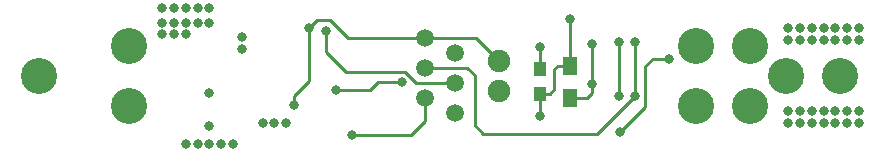
<source format=gbl>
G04 #@! TF.GenerationSoftware,KiCad,Pcbnew,(5.1.6)-1*
G04 #@! TF.CreationDate,2020-10-13T20:39:59+02:00*
G04 #@! TF.ProjectId,ChargerModule,43686172-6765-4724-9d6f-64756c652e6b,00*
G04 #@! TF.SameCoordinates,PX5f5e100PY5f5e100*
G04 #@! TF.FileFunction,Copper,L2,Bot*
G04 #@! TF.FilePolarity,Positive*
%FSLAX46Y46*%
G04 Gerber Fmt 4.6, Leading zero omitted, Abs format (unit mm)*
G04 Created by KiCad (PCBNEW (5.1.6)-1) date 2020-10-13 20:39:59*
%MOMM*%
%LPD*%
G01*
G04 APERTURE LIST*
G04 #@! TA.AperFunction,ComponentPad*
%ADD10C,1.900000*%
G04 #@! TD*
G04 #@! TA.AperFunction,ComponentPad*
%ADD11C,1.500000*%
G04 #@! TD*
G04 #@! TA.AperFunction,ComponentPad*
%ADD12C,3.048000*%
G04 #@! TD*
G04 #@! TA.AperFunction,SMDPad,CuDef*
%ADD13R,1.000000X1.300000*%
G04 #@! TD*
G04 #@! TA.AperFunction,SMDPad,CuDef*
%ADD14R,1.300000X1.500000*%
G04 #@! TD*
G04 #@! TA.AperFunction,ViaPad*
%ADD15C,0.800000*%
G04 #@! TD*
G04 #@! TA.AperFunction,Conductor*
%ADD16C,0.250000*%
G04 #@! TD*
G04 APERTURE END LIST*
D10*
X55000000Y-8770000D03*
X55000000Y-6230000D03*
D11*
X51270000Y-10675000D03*
X48730000Y-9405000D03*
X51270000Y-8135000D03*
X48730000Y-6865000D03*
X51270000Y-5595000D03*
X48730000Y-4325000D03*
D12*
X79320000Y-7500000D03*
X71700000Y-4960000D03*
X71700000Y-10040000D03*
X83920000Y-7500000D03*
X76300000Y-4960000D03*
X76300000Y-10040000D03*
X23700000Y-10040000D03*
X23700000Y-4960000D03*
X16080000Y-7500000D03*
D13*
X58500000Y-9050000D03*
X58500000Y-6950000D03*
D14*
X61000000Y-9350000D03*
X61000000Y-6650000D03*
D15*
X38900000Y-3500000D03*
X37650000Y-9950000D03*
X42600000Y-12500000D03*
X58500000Y-10950000D03*
X61000000Y-2700000D03*
X69450000Y-6050000D03*
X65250000Y-12300000D03*
X66500000Y-4650000D03*
X66500000Y-9250000D03*
X65150000Y-9250000D03*
X65150000Y-4650000D03*
X40400000Y-3700000D03*
X58500000Y-5050000D03*
X62900000Y-8200000D03*
X62900000Y-4850000D03*
X26500000Y-3000000D03*
X27500000Y-3000000D03*
X28500000Y-3000000D03*
X29500000Y-3000000D03*
X30500000Y-3000000D03*
X26500000Y-4000000D03*
X27500000Y-4000000D03*
X28500000Y-4000000D03*
X35000000Y-11500000D03*
X30500000Y-9000000D03*
X36000000Y-11500000D03*
X37000000Y-11500000D03*
X33250000Y-5250000D03*
X33250000Y-4250000D03*
X30500000Y-11750000D03*
X30500000Y-13250000D03*
X31500000Y-13250000D03*
X32500000Y-13250000D03*
X29500000Y-13250000D03*
X28500000Y-13250000D03*
X26500000Y-1750000D03*
X27500000Y-1750000D03*
X28500000Y-1750000D03*
X29500000Y-1750000D03*
X30500000Y-1750000D03*
X79500000Y-3500000D03*
X80500000Y-3500000D03*
X81500000Y-3500000D03*
X82500000Y-3500000D03*
X83500000Y-3500000D03*
X84500000Y-3500000D03*
X85500000Y-3500000D03*
X81500000Y-4500000D03*
X82500000Y-4500000D03*
X83500000Y-4500000D03*
X84500000Y-4500000D03*
X85500000Y-4500000D03*
X80500000Y-4500000D03*
X79500000Y-4500000D03*
X83500000Y-10500000D03*
X85500000Y-11500000D03*
X82500000Y-10500000D03*
X84500000Y-11500000D03*
X83500000Y-11500000D03*
X84500000Y-10500000D03*
X80500000Y-10500000D03*
X82500000Y-11500000D03*
X80500000Y-11500000D03*
X81500000Y-10500000D03*
X81500000Y-11500000D03*
X79500000Y-11500000D03*
X79500000Y-10500000D03*
X85500000Y-10500000D03*
X41250000Y-8750000D03*
X46850000Y-8050000D03*
D16*
X38900000Y-3500000D02*
X38900000Y-7950000D01*
X38900000Y-7950000D02*
X37650000Y-9200000D01*
X37650000Y-9200000D02*
X37650000Y-9950000D01*
X38900000Y-3500000D02*
X39600000Y-2800000D01*
X39600000Y-2800000D02*
X40750000Y-2800000D01*
X42275000Y-4325000D02*
X48730000Y-4325000D01*
X40750000Y-2800000D02*
X42275000Y-4325000D01*
X53095000Y-4325000D02*
X55000000Y-6230000D01*
X48730000Y-4325000D02*
X53095000Y-4325000D01*
X42600000Y-12500000D02*
X47600000Y-12500000D01*
X48730000Y-11370000D02*
X48730000Y-9405000D01*
X47600000Y-12500000D02*
X48730000Y-11370000D01*
X61000000Y-6650000D02*
X60000000Y-6650000D01*
X60000000Y-6650000D02*
X59700000Y-6950000D01*
X59700000Y-6950000D02*
X59700000Y-8650000D01*
X59300000Y-9050000D02*
X58500000Y-9050000D01*
X59700000Y-8650000D02*
X59300000Y-9050000D01*
X58500000Y-10950000D02*
X58500000Y-9050000D01*
X61000000Y-2700000D02*
X61000000Y-6650000D01*
X65250000Y-12300000D02*
X67400000Y-10150000D01*
X67400000Y-10150000D02*
X67400000Y-6700000D01*
X68050000Y-6050000D02*
X69450000Y-6050000D01*
X67400000Y-6700000D02*
X68050000Y-6050000D01*
X66500000Y-4650000D02*
X66500000Y-9250000D01*
X52335000Y-6865000D02*
X48730000Y-6865000D01*
X52950000Y-7480000D02*
X52335000Y-6865000D01*
X52950000Y-11650000D02*
X52950000Y-7480000D01*
X53700000Y-12400000D02*
X52950000Y-11650000D01*
X63350000Y-12400000D02*
X53700000Y-12400000D01*
X66500000Y-9250000D02*
X63350000Y-12400000D01*
X65150000Y-9250000D02*
X65150000Y-4650000D01*
X40400000Y-3700000D02*
X40400000Y-5500000D01*
X40400000Y-5500000D02*
X42050000Y-7150000D01*
X47023002Y-7150000D02*
X48023002Y-8150000D01*
X42050000Y-7150000D02*
X47023002Y-7150000D01*
X51255000Y-8150000D02*
X51270000Y-8135000D01*
X48023002Y-8150000D02*
X51255000Y-8150000D01*
X58500000Y-6950000D02*
X58500000Y-5050000D01*
X62900000Y-8950000D02*
X62900000Y-8200000D01*
X62500000Y-9350000D02*
X62900000Y-8950000D01*
X61000000Y-9350000D02*
X62500000Y-9350000D01*
X62900000Y-4850000D02*
X62900000Y-8200000D01*
X41250000Y-8750000D02*
X44100000Y-8750000D01*
X44100000Y-8750000D02*
X44800000Y-8050000D01*
X44800000Y-8050000D02*
X46850000Y-8050000D01*
M02*

</source>
